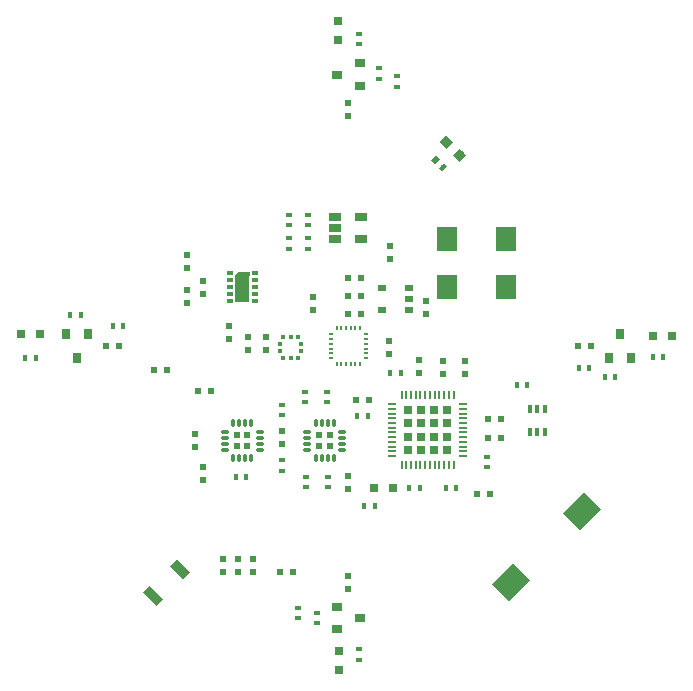
<source format=gbr>
G04 #@! TF.GenerationSoftware,KiCad,Pcbnew,5.0-dev-unknown-28f1209~61~ubuntu16.04.1*
G04 #@! TF.CreationDate,2018-02-18T12:37:57+01:00*
G04 #@! TF.ProjectId,roboy_crazyfly,726F626F795F6372617A79666C792E6B,rev?*
G04 #@! TF.SameCoordinates,Original*
G04 #@! TF.FileFunction,Paste,Top*
G04 #@! TF.FilePolarity,Positive*
%FSLAX46Y46*%
G04 Gerber Fmt 4.6, Leading zero omitted, Abs format (unit mm)*
G04 Created by KiCad (PCBNEW 5.0-dev-unknown-28f1209~61~ubuntu16.04.1) date Sun Feb 18 12:37:57 2018*
%MOMM*%
%LPD*%
G01*
G04 APERTURE LIST*
%ADD10R,0.500000X0.600000*%
%ADD11R,0.600000X0.500000*%
%ADD12C,0.800000*%
%ADD13C,0.100000*%
%ADD14R,0.800000X0.800000*%
%ADD15R,0.900000X0.800000*%
%ADD16R,0.800000X0.900000*%
%ADD17C,0.400000*%
%ADD18R,0.600000X0.400000*%
%ADD19R,0.400000X0.600000*%
%ADD20R,1.060000X0.650000*%
%ADD21R,0.200000X0.400000*%
%ADD22R,0.400000X0.200000*%
%ADD23R,0.300000X0.450000*%
%ADD24R,0.450000X0.300000*%
%ADD25R,0.800000X0.200000*%
%ADD26R,0.200000X0.800000*%
%ADD27R,0.667500X0.667500*%
%ADD28O,0.300000X0.750000*%
%ADD29O,0.750000X0.300000*%
%ADD30R,0.540000X0.540000*%
%ADD31R,0.700000X0.510000*%
%ADD32C,0.300000*%
%ADD33R,1.000000X0.300000*%
%ADD34R,1.300000X2.200000*%
%ADD35R,0.400000X0.750000*%
%ADD36R,1.800000X2.000000*%
%ADD37C,2.000000*%
G04 APERTURE END LIST*
D10*
X137025000Y-80850000D03*
X137025000Y-81950000D03*
D11*
X150850000Y-97500000D03*
X151950000Y-97500000D03*
X134250000Y-104100000D03*
X135350000Y-104100000D03*
X123550000Y-87000000D03*
X124650000Y-87000000D03*
D10*
X143500000Y-77650000D03*
X143500000Y-76550000D03*
X127675000Y-96325000D03*
X127675000Y-95225000D03*
D11*
X141050000Y-79250000D03*
X139950000Y-79250000D03*
D10*
X133000000Y-85300000D03*
X133000000Y-84200000D03*
D11*
X141050000Y-80750000D03*
X139950000Y-80750000D03*
D10*
X131500000Y-85300000D03*
X131500000Y-84200000D03*
D11*
X141050000Y-82250000D03*
X139950000Y-82250000D03*
D10*
X134400000Y-92150000D03*
X134400000Y-93250000D03*
D11*
X140625000Y-89575000D03*
X141725000Y-89575000D03*
D10*
X140000000Y-95950000D03*
X140000000Y-97050000D03*
D11*
X151850000Y-92800000D03*
X152950000Y-92800000D03*
D10*
X146000000Y-87250000D03*
X146000000Y-86150000D03*
D11*
X151850000Y-91200000D03*
X152950000Y-91200000D03*
D10*
X126300000Y-78350000D03*
X126300000Y-77250000D03*
X149900000Y-87350000D03*
X149900000Y-86250000D03*
D11*
X128350000Y-88800000D03*
X127250000Y-88800000D03*
D10*
X127700000Y-80550000D03*
X127700000Y-79450000D03*
X148000000Y-86250000D03*
X148000000Y-87350000D03*
X126300000Y-81350000D03*
X126300000Y-80250000D03*
X143400000Y-85650000D03*
X143400000Y-84550000D03*
X131950000Y-103050000D03*
X131950000Y-104150000D03*
X146600000Y-82250000D03*
X146600000Y-81150000D03*
D12*
X148284315Y-67709315D03*
D13*
G36*
X147718630Y-67709315D02*
X148284315Y-67143630D01*
X148850000Y-67709315D01*
X148284315Y-68275000D01*
X147718630Y-67709315D01*
X147718630Y-67709315D01*
G37*
D12*
X149415685Y-68840685D03*
D13*
G36*
X148850000Y-68840685D02*
X149415685Y-68275000D01*
X149981370Y-68840685D01*
X149415685Y-69406370D01*
X148850000Y-68840685D01*
X148850000Y-68840685D01*
G37*
D14*
X139200000Y-110800000D03*
X139200000Y-112400000D03*
X113900000Y-84000000D03*
X112300000Y-84000000D03*
X139100000Y-57500000D03*
X139100000Y-59100000D03*
X165800000Y-84100000D03*
X167400000Y-84100000D03*
X143800000Y-97000000D03*
X142200000Y-97000000D03*
D15*
X139000000Y-107050000D03*
X139000000Y-108950000D03*
X141000000Y-108000000D03*
D16*
X117950000Y-84000000D03*
X116050000Y-84000000D03*
X117000000Y-86000000D03*
D15*
X141000000Y-62950000D03*
X141000000Y-61050000D03*
X139000000Y-62000000D03*
D16*
X162050000Y-86000000D03*
X163950000Y-86000000D03*
X163000000Y-84000000D03*
D17*
X148018198Y-69843198D03*
D13*
G36*
X148371751Y-69772487D02*
X147947487Y-70196751D01*
X147664645Y-69913909D01*
X148088909Y-69489645D01*
X148371751Y-69772487D01*
X148371751Y-69772487D01*
G37*
D17*
X147381802Y-69206802D03*
D13*
G36*
X147735355Y-69136091D02*
X147311091Y-69560355D01*
X147028249Y-69277513D01*
X147452513Y-68853249D01*
X147735355Y-69136091D01*
X147735355Y-69136091D01*
G37*
D18*
X140900000Y-110650000D03*
X140900000Y-111550000D03*
X135000000Y-75850000D03*
X135000000Y-76750000D03*
D19*
X112650000Y-86000000D03*
X113550000Y-86000000D03*
D18*
X135000000Y-74750000D03*
X135000000Y-73850000D03*
X140900000Y-58550000D03*
X140900000Y-59450000D03*
D19*
X166650000Y-85900000D03*
X165750000Y-85900000D03*
D18*
X136600000Y-74750000D03*
X136600000Y-73850000D03*
X136600000Y-75850000D03*
X136600000Y-76750000D03*
D19*
X141350000Y-98500000D03*
X142250000Y-98500000D03*
D18*
X134400000Y-90850000D03*
X134400000Y-89950000D03*
X136300000Y-89750000D03*
X136300000Y-88850000D03*
D19*
X149150000Y-97000000D03*
X148250000Y-97000000D03*
X146050000Y-97000000D03*
X145150000Y-97000000D03*
X140725000Y-90900000D03*
X141625000Y-90900000D03*
D18*
X138200000Y-89750000D03*
X138200000Y-88850000D03*
X134400000Y-95550000D03*
X134400000Y-94650000D03*
X136400000Y-96050000D03*
X136400000Y-96950000D03*
X138300000Y-96050000D03*
X138300000Y-96950000D03*
X151700000Y-95250000D03*
X151700000Y-94350000D03*
D19*
X144450000Y-87300000D03*
X143550000Y-87300000D03*
X154250000Y-88300000D03*
X155150000Y-88300000D03*
X130450000Y-96100000D03*
X131350000Y-96100000D03*
D20*
X138900000Y-74050000D03*
X138900000Y-75000000D03*
X138900000Y-75950000D03*
X141100000Y-75950000D03*
X141100000Y-74050000D03*
D21*
X139000000Y-86500000D03*
X139400000Y-86500000D03*
X139800000Y-86500000D03*
X140200000Y-86500000D03*
X140600000Y-86500000D03*
X141000000Y-86500000D03*
D22*
X141500000Y-86000000D03*
X141500000Y-85600000D03*
X141500000Y-85200000D03*
X141500000Y-84800000D03*
X141500000Y-84400000D03*
X141500000Y-84000000D03*
D21*
X141000000Y-83500000D03*
X140600000Y-83500000D03*
X140200000Y-83500000D03*
X139800000Y-83500000D03*
X139400000Y-83500000D03*
X139000000Y-83500000D03*
D22*
X138500000Y-84000000D03*
X138500000Y-84400000D03*
X138500000Y-84800000D03*
X138500000Y-85200000D03*
X138500000Y-85600000D03*
X138500000Y-86000000D03*
D23*
X135700000Y-84180000D03*
X135100000Y-84180000D03*
D24*
X136020000Y-84800000D03*
X136020000Y-85400000D03*
D23*
X135700000Y-86020000D03*
X135100000Y-86020000D03*
X134500000Y-86020000D03*
D24*
X134180000Y-85400000D03*
X134180000Y-84800000D03*
D23*
X134500000Y-84180000D03*
D25*
X143700000Y-89900000D03*
X143700000Y-90300000D03*
X143700000Y-90700000D03*
X143700000Y-91100000D03*
X143700000Y-91500000D03*
X143700000Y-91900000D03*
X143700000Y-92300000D03*
X143700000Y-92700000D03*
X143700000Y-93100000D03*
X143700000Y-93500000D03*
X143700000Y-93900000D03*
X143700000Y-94300000D03*
D26*
X144500000Y-95100000D03*
X144900000Y-95100000D03*
X145300000Y-95100000D03*
X145700000Y-95100000D03*
X146100000Y-95100000D03*
X146500000Y-95100000D03*
X146900000Y-95100000D03*
X147300000Y-95100000D03*
X147700000Y-95100000D03*
X148100000Y-95100000D03*
X148500000Y-95100000D03*
X148900000Y-95100000D03*
D25*
X149700000Y-94300000D03*
X149700000Y-93900000D03*
X149700000Y-93500000D03*
X149700000Y-93100000D03*
X149700000Y-92700000D03*
X149700000Y-92300000D03*
X149700000Y-91900000D03*
X149700000Y-91500000D03*
X149700000Y-91100000D03*
X149700000Y-90700000D03*
X149700000Y-90300000D03*
X149700000Y-89900000D03*
D26*
X148900000Y-89100000D03*
X148500000Y-89100000D03*
X148100000Y-89100000D03*
X147700000Y-89100000D03*
X147300000Y-89100000D03*
X146900000Y-89100000D03*
X146500000Y-89100000D03*
X146100000Y-89100000D03*
X145700000Y-89100000D03*
X145300000Y-89100000D03*
X144900000Y-89100000D03*
X144500000Y-89100000D03*
D27*
X148368750Y-93768750D03*
X148368750Y-92656250D03*
X148368750Y-91543750D03*
X148368750Y-90431250D03*
X147256250Y-93768750D03*
X147256250Y-92656250D03*
X147256250Y-91543750D03*
X147256250Y-90431250D03*
X146143750Y-93768750D03*
X146143750Y-92656250D03*
X146143750Y-91543750D03*
X146143750Y-90431250D03*
X145031250Y-93768750D03*
X145031250Y-92656250D03*
X145031250Y-91543750D03*
X145031250Y-90431250D03*
D28*
X137250000Y-94475000D03*
X137750000Y-94475000D03*
X138250000Y-94475000D03*
X138750000Y-94475000D03*
D29*
X139475000Y-93750000D03*
X139475000Y-93250000D03*
X139475000Y-92750000D03*
X139475000Y-92250000D03*
D28*
X138750000Y-91525000D03*
X138250000Y-91525000D03*
X137750000Y-91525000D03*
X137250000Y-91525000D03*
D29*
X136525000Y-92250000D03*
X136525000Y-92750000D03*
X136525000Y-93250000D03*
X136525000Y-93750000D03*
D30*
X138450000Y-92550000D03*
X137550000Y-92550000D03*
X138450000Y-93450000D03*
X137550000Y-93450000D03*
D10*
X127000000Y-93550000D03*
X127000000Y-92450000D03*
D31*
X145160000Y-81950000D03*
X145160000Y-81000000D03*
X145160000Y-80050000D03*
X142840000Y-80050000D03*
X142840000Y-81950000D03*
D32*
X131000000Y-78900000D03*
D13*
G36*
X130350000Y-79050000D02*
X130650000Y-78750000D01*
X131350000Y-78750000D01*
X131650000Y-79050000D01*
X130350000Y-79050000D01*
X130350000Y-79050000D01*
G37*
D33*
X131150000Y-78900000D03*
D34*
X131000000Y-80150000D03*
D18*
X132050000Y-81200000D03*
X132050000Y-80600000D03*
X132050000Y-78800000D03*
X132050000Y-79400000D03*
X129950000Y-81200000D03*
X129950000Y-78800000D03*
X129950000Y-79400000D03*
X129950000Y-80000000D03*
X129950000Y-80600000D03*
X132050000Y-80000000D03*
D35*
X156000000Y-92250000D03*
X156650000Y-90350000D03*
X155350000Y-90350000D03*
X156000000Y-90350000D03*
X155350000Y-92250000D03*
X156650000Y-92250000D03*
D29*
X129525000Y-92250000D03*
X129525000Y-92750000D03*
X129525000Y-93250000D03*
X129525000Y-93750000D03*
D28*
X130250000Y-94475000D03*
X130750000Y-94475000D03*
X131250000Y-94475000D03*
X131750000Y-94475000D03*
D29*
X132475000Y-93750000D03*
X132475000Y-93250000D03*
X132475000Y-92750000D03*
X132475000Y-92250000D03*
D28*
X131750000Y-91525000D03*
X131250000Y-91525000D03*
X130750000Y-91525000D03*
X130250000Y-91525000D03*
D30*
X131450000Y-93450000D03*
X131450000Y-92550000D03*
X130550000Y-93450000D03*
X130550000Y-92550000D03*
D36*
X148321000Y-75950000D03*
X153329000Y-75950000D03*
X148321000Y-79950000D03*
X153329000Y-79950000D03*
D10*
X140000000Y-104450000D03*
X140000000Y-105550000D03*
D11*
X120550000Y-85000000D03*
X119450000Y-85000000D03*
D10*
X140000000Y-65550000D03*
X140000000Y-64450000D03*
D11*
X159450000Y-85000000D03*
X160550000Y-85000000D03*
D10*
X129900000Y-83250000D03*
X129900000Y-84350000D03*
X130650000Y-103050000D03*
X130650000Y-104150000D03*
X129350000Y-104150000D03*
X129350000Y-103050000D03*
D37*
X153752119Y-104997881D03*
D13*
G36*
X153928896Y-103406891D02*
X155343109Y-104821104D01*
X153575342Y-106588871D01*
X152161129Y-105174658D01*
X153928896Y-103406891D01*
X153928896Y-103406891D01*
G37*
D37*
X159797881Y-98952119D03*
D13*
G36*
X159974658Y-97361129D02*
X161388871Y-98775342D01*
X159621104Y-100543109D01*
X158206891Y-99128896D01*
X159974658Y-97361129D01*
X159974658Y-97361129D01*
G37*
D12*
X123468629Y-106131371D03*
D13*
G36*
X123751472Y-106979899D02*
X122620101Y-105848528D01*
X123185786Y-105282843D01*
X124317157Y-106414214D01*
X123751472Y-106979899D01*
X123751472Y-106979899D01*
G37*
D12*
X125731371Y-103868629D03*
D13*
G36*
X126014214Y-104717157D02*
X124882843Y-103585786D01*
X125448528Y-103020101D01*
X126579899Y-104151472D01*
X126014214Y-104717157D01*
X126014214Y-104717157D01*
G37*
D18*
X137300000Y-108450000D03*
X137300000Y-107550000D03*
D19*
X116450000Y-82400000D03*
X117350000Y-82400000D03*
D18*
X142600000Y-61450000D03*
X142600000Y-62350000D03*
D19*
X161700000Y-87600000D03*
X162600000Y-87600000D03*
D18*
X135700000Y-108050000D03*
X135700000Y-107150000D03*
D19*
X120050000Y-83300000D03*
X120950000Y-83300000D03*
D18*
X144100000Y-62150000D03*
X144100000Y-63050000D03*
D19*
X160400000Y-86850000D03*
X159500000Y-86850000D03*
M02*

</source>
